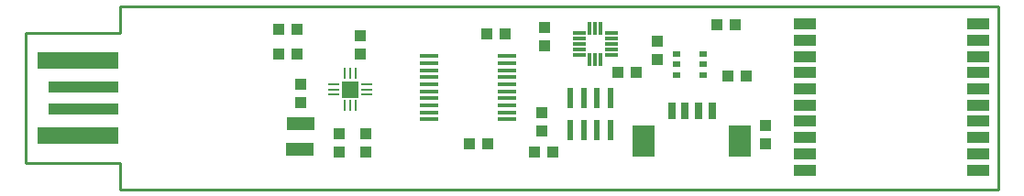
<source format=gtp>
G75*
%MOIN*%
%OFA0B0*%
%FSLAX25Y25*%
%IPPOS*%
%LPD*%
%AMOC8*
5,1,8,0,0,1.08239X$1,22.5*
%
%ADD10C,0.01000*%
%ADD11R,0.06600X0.01700*%
%ADD12R,0.04331X0.03937*%
%ADD13R,0.02362X0.07480*%
%ADD14R,0.03937X0.04331*%
%ADD15R,0.03150X0.02362*%
%ADD16R,0.05906X0.05906*%
%ADD17R,0.03937X0.01102*%
%ADD18R,0.01102X0.03937*%
%ADD19R,0.07874X0.03937*%
%ADD20R,0.03150X0.06299*%
%ADD21R,0.08268X0.11811*%
%ADD22R,0.29528X0.05906*%
%ADD23R,0.25591X0.03937*%
%ADD24R,0.04776X0.01201*%
%ADD25R,0.01201X0.04776*%
%ADD26R,0.10000X0.05000*%
D10*
X0035752Y0003355D02*
X0035752Y0013198D01*
X0001500Y0013198D01*
X0001500Y0060442D01*
X0035752Y0060442D01*
X0035752Y0070285D01*
X0355043Y0070285D01*
X0355043Y0003355D01*
X0035752Y0003355D01*
D11*
X0148127Y0029060D03*
X0148127Y0031560D03*
X0148127Y0034160D03*
X0148127Y0036760D03*
X0148127Y0039260D03*
X0148127Y0041860D03*
X0148127Y0044360D03*
X0148127Y0046960D03*
X0148127Y0049560D03*
X0148127Y0052060D03*
X0176527Y0052060D03*
X0176527Y0049560D03*
X0176527Y0046960D03*
X0176527Y0044360D03*
X0176527Y0041860D03*
X0176527Y0039260D03*
X0176527Y0036760D03*
X0176527Y0034160D03*
X0176527Y0031560D03*
X0176527Y0029060D03*
D12*
X0189033Y0031537D03*
X0189033Y0024844D03*
X0186519Y0017236D03*
X0193212Y0017236D03*
X0270497Y0020064D03*
X0270497Y0026757D03*
X0263543Y0044889D03*
X0256850Y0044889D03*
X0223547Y0046072D03*
X0216854Y0046072D03*
X0175810Y0060288D03*
X0169117Y0060288D03*
X0100190Y0061840D03*
X0093497Y0061840D03*
X0101369Y0041785D03*
X0101369Y0035092D03*
D13*
X0199447Y0036923D03*
X0204368Y0036923D03*
X0209290Y0036923D03*
X0214211Y0036923D03*
X0214211Y0025112D03*
X0209290Y0025112D03*
X0204368Y0025112D03*
X0199447Y0025112D03*
D14*
X0169410Y0020150D03*
X0162717Y0020150D03*
X0125087Y0017083D03*
X0115383Y0017132D03*
X0115383Y0023825D03*
X0125087Y0023776D03*
X0231057Y0050743D03*
X0231057Y0057436D03*
X0252891Y0063628D03*
X0259583Y0063628D03*
X0190280Y0062607D03*
X0190280Y0055915D03*
X0123209Y0052751D03*
X0100122Y0052962D03*
X0093429Y0052962D03*
X0123209Y0059444D03*
D15*
X0238113Y0052765D03*
X0247956Y0052765D03*
X0247956Y0049025D03*
X0238113Y0049025D03*
X0238113Y0045285D03*
X0247956Y0045285D03*
D16*
X0119424Y0039976D03*
D17*
X0113519Y0039976D03*
X0113519Y0041944D03*
X0125330Y0041944D03*
X0125330Y0039976D03*
X0125330Y0038007D03*
X0113519Y0038007D03*
D18*
X0117456Y0034070D03*
X0119424Y0034070D03*
X0121393Y0034070D03*
X0121393Y0045881D03*
X0119424Y0045881D03*
X0117456Y0045881D03*
D19*
X0284735Y0046061D03*
X0284735Y0051966D03*
X0284735Y0057872D03*
X0284735Y0063777D03*
X0347727Y0063777D03*
X0347727Y0057872D03*
X0347727Y0051966D03*
X0347727Y0046061D03*
X0347727Y0040155D03*
X0347727Y0034250D03*
X0347727Y0028344D03*
X0347727Y0022439D03*
X0347727Y0016533D03*
X0347727Y0010628D03*
X0284735Y0010628D03*
X0284735Y0016533D03*
X0284735Y0022439D03*
X0284735Y0028344D03*
X0284735Y0034250D03*
X0284735Y0040155D03*
D20*
X0251074Y0032140D03*
X0246153Y0032140D03*
X0241232Y0032140D03*
X0236310Y0032140D03*
D21*
X0226232Y0021313D03*
X0261153Y0021313D03*
D22*
X0020398Y0023040D03*
X0020398Y0050600D03*
D23*
X0022366Y0040757D03*
X0022366Y0032883D03*
D24*
X0202780Y0052568D03*
X0202780Y0054537D03*
X0202780Y0056505D03*
X0202780Y0058474D03*
X0202780Y0060442D03*
X0214394Y0060442D03*
X0214394Y0058474D03*
X0214394Y0056505D03*
X0214394Y0054537D03*
X0214394Y0052568D03*
D25*
X0210555Y0050698D03*
X0208587Y0050698D03*
X0206618Y0050698D03*
X0206618Y0062312D03*
X0208587Y0062312D03*
X0210555Y0062312D03*
D26*
X0101303Y0027568D03*
X0101106Y0018316D03*
M02*

</source>
